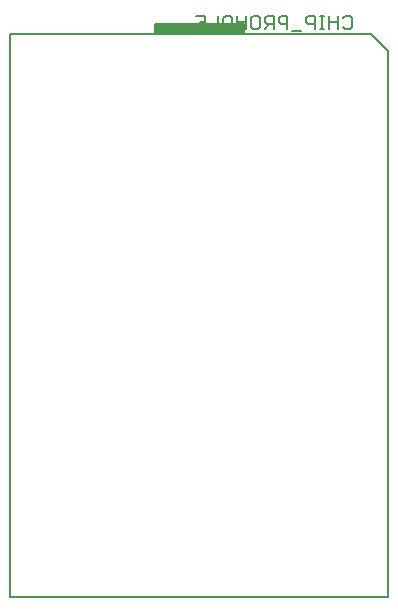
<source format=gbo>
G75*
%MOIN*%
%OFA0B0*%
%FSLAX25Y25*%
%IPPOS*%
%LPD*%
%AMOC8*
5,1,8,0,0,1.08239X$1,22.5*
%
%ADD10C,0.00500*%
%ADD11C,0.00600*%
D10*
X0073441Y0056413D02*
X0073441Y0243815D01*
X0122654Y0243815D01*
X0122654Y0247358D01*
X0151197Y0247358D01*
X0151197Y0243815D01*
X0121669Y0243815D01*
X0121669Y0247358D01*
X0151197Y0247358D01*
X0151197Y0243815D01*
X0193857Y0243815D01*
X0199425Y0238247D01*
X0199425Y0056413D01*
X0073441Y0056413D01*
X0122654Y0243815D02*
X0151197Y0243815D01*
X0151197Y0244156D02*
X0121669Y0244156D01*
X0121669Y0244654D02*
X0151197Y0244654D01*
X0151197Y0245153D02*
X0121669Y0245153D01*
X0121669Y0245652D02*
X0151197Y0245652D01*
X0151197Y0246150D02*
X0121669Y0246150D01*
X0121669Y0246649D02*
X0151197Y0246649D01*
X0151197Y0247147D02*
X0121669Y0247147D01*
D11*
X0135270Y0245690D02*
X0138206Y0245690D01*
X0138206Y0250094D01*
X0135270Y0250094D01*
X0136738Y0247892D02*
X0138206Y0247892D01*
X0139874Y0245690D02*
X0142810Y0245690D01*
X0142810Y0250094D01*
X0144478Y0249360D02*
X0144478Y0246424D01*
X0145212Y0245690D01*
X0146680Y0245690D01*
X0147413Y0246424D01*
X0147413Y0249360D01*
X0146680Y0250094D01*
X0145212Y0250094D01*
X0144478Y0249360D01*
X0149082Y0250094D02*
X0149082Y0245690D01*
X0149082Y0247892D02*
X0152017Y0247892D01*
X0152017Y0245690D02*
X0152017Y0250094D01*
X0153686Y0249360D02*
X0154419Y0250094D01*
X0155887Y0250094D01*
X0156621Y0249360D01*
X0156621Y0246424D01*
X0155887Y0245690D01*
X0154419Y0245690D01*
X0153686Y0246424D01*
X0153686Y0249360D01*
X0158289Y0249360D02*
X0158289Y0247892D01*
X0159023Y0247158D01*
X0161225Y0247158D01*
X0159757Y0247158D02*
X0158289Y0245690D01*
X0161225Y0245690D02*
X0161225Y0250094D01*
X0159023Y0250094D01*
X0158289Y0249360D01*
X0162893Y0249360D02*
X0162893Y0247892D01*
X0163627Y0247158D01*
X0165829Y0247158D01*
X0165829Y0245690D02*
X0165829Y0250094D01*
X0163627Y0250094D01*
X0162893Y0249360D01*
X0167497Y0244956D02*
X0170433Y0244956D01*
X0172835Y0247158D02*
X0172101Y0247892D01*
X0172101Y0249360D01*
X0172835Y0250094D01*
X0175037Y0250094D01*
X0175037Y0245690D01*
X0175037Y0247158D02*
X0172835Y0247158D01*
X0176638Y0245690D02*
X0178106Y0245690D01*
X0177372Y0245690D02*
X0177372Y0250094D01*
X0178106Y0250094D02*
X0176638Y0250094D01*
X0179774Y0250094D02*
X0179774Y0245690D01*
X0179774Y0247892D02*
X0182710Y0247892D01*
X0182710Y0245690D02*
X0182710Y0250094D01*
X0184378Y0249360D02*
X0185112Y0250094D01*
X0186580Y0250094D01*
X0187314Y0249360D01*
X0187314Y0246424D01*
X0186580Y0245690D01*
X0185112Y0245690D01*
X0184378Y0246424D01*
M02*

</source>
